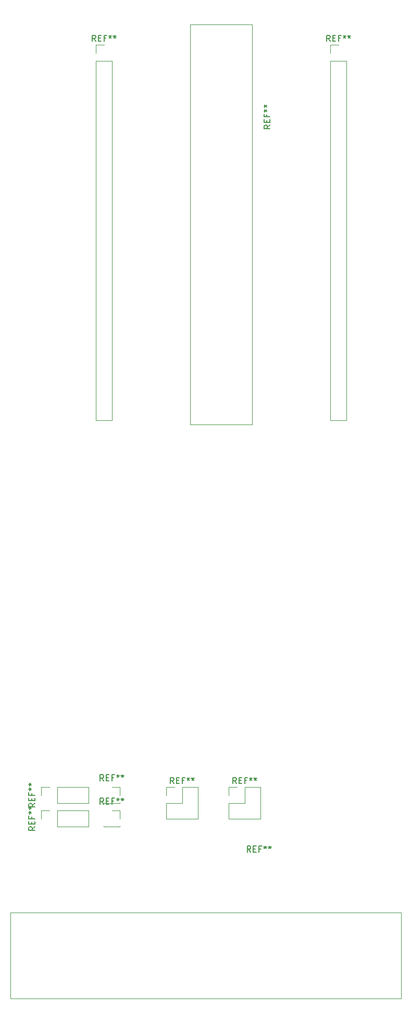
<source format=gbr>
%TF.GenerationSoftware,KiCad,Pcbnew,5.1.6+dfsg1-1*%
%TF.CreationDate,2021-02-18T23:58:33-06:00*%
%TF.ProjectId,n64_gamecat,6e36345f-6761-46d6-9563-61742e6b6963,rev?*%
%TF.SameCoordinates,Original*%
%TF.FileFunction,Legend,Top*%
%TF.FilePolarity,Positive*%
%FSLAX46Y46*%
G04 Gerber Fmt 4.6, Leading zero omitted, Abs format (unit mm)*
G04 Created by KiCad (PCBNEW 5.1.6+dfsg1-1) date 2021-02-18 23:58:33*
%MOMM*%
%LPD*%
G01*
G04 APERTURE LIST*
%ADD10C,0.120000*%
%ADD11C,0.150000*%
G04 APERTURE END LIST*
D10*
%TO.C,REF\u002A\u002A*%
X143450000Y-147380000D02*
X148650000Y-147380000D01*
X143450000Y-144780000D02*
X143450000Y-147380000D01*
X148650000Y-142180000D02*
X148650000Y-147380000D01*
X143450000Y-144780000D02*
X146050000Y-144780000D01*
X146050000Y-144780000D02*
X146050000Y-142180000D01*
X146050000Y-142180000D02*
X148650000Y-142180000D01*
X143450000Y-143510000D02*
X143450000Y-142180000D01*
X143450000Y-142180000D02*
X144780000Y-142180000D01*
X133290000Y-147380000D02*
X138490000Y-147380000D01*
X133290000Y-144780000D02*
X133290000Y-147380000D01*
X138490000Y-142180000D02*
X138490000Y-147380000D01*
X133290000Y-144780000D02*
X135890000Y-144780000D01*
X135890000Y-144780000D02*
X135890000Y-142180000D01*
X135890000Y-142180000D02*
X138490000Y-142180000D01*
X133290000Y-143510000D02*
X133290000Y-142180000D01*
X133290000Y-142180000D02*
X134620000Y-142180000D01*
X115570000Y-144840000D02*
X115570000Y-142180000D01*
X115570000Y-144840000D02*
X120710000Y-144840000D01*
X120710000Y-144840000D02*
X120710000Y-142180000D01*
X115570000Y-142180000D02*
X120710000Y-142180000D01*
X112970000Y-142180000D02*
X114300000Y-142180000D01*
X112970000Y-143510000D02*
X112970000Y-142180000D01*
X115570000Y-148650000D02*
X115570000Y-145990000D01*
X115570000Y-148650000D02*
X120710000Y-148650000D01*
X120710000Y-148650000D02*
X120710000Y-145990000D01*
X115570000Y-145990000D02*
X120710000Y-145990000D01*
X112970000Y-145990000D02*
X114300000Y-145990000D01*
X112970000Y-147320000D02*
X112970000Y-145990000D01*
X123130000Y-148650000D02*
X125790000Y-148650000D01*
X123130000Y-148530000D02*
X123130000Y-148650000D01*
X125790000Y-148530000D02*
X125790000Y-148650000D01*
X125790000Y-145990000D02*
X125790000Y-147320000D01*
X124460000Y-145990000D02*
X125790000Y-145990000D01*
X123130000Y-144840000D02*
X125790000Y-144840000D01*
X123130000Y-144720000D02*
X123130000Y-144840000D01*
X125790000Y-144720000D02*
X125790000Y-144840000D01*
X125790000Y-142180000D02*
X125790000Y-143510000D01*
X124460000Y-142180000D02*
X125790000Y-142180000D01*
X159960000Y-82610000D02*
X162620000Y-82610000D01*
X159960000Y-24130000D02*
X159960000Y-82610000D01*
X162620000Y-24130000D02*
X162620000Y-82610000D01*
X159960000Y-24130000D02*
X162620000Y-24130000D01*
X159960000Y-22860000D02*
X159960000Y-21530000D01*
X159960000Y-21530000D02*
X161290000Y-21530000D01*
X121860000Y-21530000D02*
X123190000Y-21530000D01*
X121860000Y-22860000D02*
X121860000Y-21530000D01*
X121860000Y-24130000D02*
X124520000Y-24130000D01*
X124520000Y-24130000D02*
X124520000Y-82610000D01*
X121860000Y-24130000D02*
X121860000Y-82610000D01*
X121860000Y-82610000D02*
X124520000Y-82610000D01*
X107950000Y-176530000D02*
X107950000Y-162560000D01*
X107950000Y-162560000D02*
X171450000Y-162560000D01*
X171450000Y-162560000D02*
X171450000Y-176530000D01*
X171450000Y-176530000D02*
X107950000Y-176530000D01*
X137240000Y-83260000D02*
X147240000Y-83260000D01*
X147240000Y-80760000D02*
X147240000Y-18260000D01*
X147240000Y-18260000D02*
X137240000Y-18260000D01*
X137240000Y-18260000D02*
X137240000Y-78260000D01*
X137240000Y-78260000D02*
X137240000Y-80760000D01*
X137240000Y-83260000D02*
X137240000Y-80760000D01*
X147240000Y-83260000D02*
X147240000Y-80760000D01*
D11*
X144716666Y-141632380D02*
X144383333Y-141156190D01*
X144145238Y-141632380D02*
X144145238Y-140632380D01*
X144526190Y-140632380D01*
X144621428Y-140680000D01*
X144669047Y-140727619D01*
X144716666Y-140822857D01*
X144716666Y-140965714D01*
X144669047Y-141060952D01*
X144621428Y-141108571D01*
X144526190Y-141156190D01*
X144145238Y-141156190D01*
X145145238Y-141108571D02*
X145478571Y-141108571D01*
X145621428Y-141632380D02*
X145145238Y-141632380D01*
X145145238Y-140632380D01*
X145621428Y-140632380D01*
X146383333Y-141108571D02*
X146050000Y-141108571D01*
X146050000Y-141632380D02*
X146050000Y-140632380D01*
X146526190Y-140632380D01*
X147050000Y-140632380D02*
X147050000Y-140870476D01*
X146811904Y-140775238D02*
X147050000Y-140870476D01*
X147288095Y-140775238D01*
X146907142Y-141060952D02*
X147050000Y-140870476D01*
X147192857Y-141060952D01*
X147811904Y-140632380D02*
X147811904Y-140870476D01*
X147573809Y-140775238D02*
X147811904Y-140870476D01*
X148050000Y-140775238D01*
X147669047Y-141060952D02*
X147811904Y-140870476D01*
X147954761Y-141060952D01*
X134556666Y-141632380D02*
X134223333Y-141156190D01*
X133985238Y-141632380D02*
X133985238Y-140632380D01*
X134366190Y-140632380D01*
X134461428Y-140680000D01*
X134509047Y-140727619D01*
X134556666Y-140822857D01*
X134556666Y-140965714D01*
X134509047Y-141060952D01*
X134461428Y-141108571D01*
X134366190Y-141156190D01*
X133985238Y-141156190D01*
X134985238Y-141108571D02*
X135318571Y-141108571D01*
X135461428Y-141632380D02*
X134985238Y-141632380D01*
X134985238Y-140632380D01*
X135461428Y-140632380D01*
X136223333Y-141108571D02*
X135890000Y-141108571D01*
X135890000Y-141632380D02*
X135890000Y-140632380D01*
X136366190Y-140632380D01*
X136890000Y-140632380D02*
X136890000Y-140870476D01*
X136651904Y-140775238D02*
X136890000Y-140870476D01*
X137128095Y-140775238D01*
X136747142Y-141060952D02*
X136890000Y-140870476D01*
X137032857Y-141060952D01*
X137651904Y-140632380D02*
X137651904Y-140870476D01*
X137413809Y-140775238D02*
X137651904Y-140870476D01*
X137890000Y-140775238D01*
X137509047Y-141060952D02*
X137651904Y-140870476D01*
X137794761Y-141060952D01*
X111982380Y-144843333D02*
X111506190Y-145176666D01*
X111982380Y-145414761D02*
X110982380Y-145414761D01*
X110982380Y-145033809D01*
X111030000Y-144938571D01*
X111077619Y-144890952D01*
X111172857Y-144843333D01*
X111315714Y-144843333D01*
X111410952Y-144890952D01*
X111458571Y-144938571D01*
X111506190Y-145033809D01*
X111506190Y-145414761D01*
X111458571Y-144414761D02*
X111458571Y-144081428D01*
X111982380Y-143938571D02*
X111982380Y-144414761D01*
X110982380Y-144414761D01*
X110982380Y-143938571D01*
X111458571Y-143176666D02*
X111458571Y-143510000D01*
X111982380Y-143510000D02*
X110982380Y-143510000D01*
X110982380Y-143033809D01*
X110982380Y-142510000D02*
X111220476Y-142510000D01*
X111125238Y-142748095D02*
X111220476Y-142510000D01*
X111125238Y-142271904D01*
X111410952Y-142652857D02*
X111220476Y-142510000D01*
X111410952Y-142367142D01*
X110982380Y-141748095D02*
X111220476Y-141748095D01*
X111125238Y-141986190D02*
X111220476Y-141748095D01*
X111125238Y-141510000D01*
X111410952Y-141890952D02*
X111220476Y-141748095D01*
X111410952Y-141605238D01*
X111982380Y-148653333D02*
X111506190Y-148986666D01*
X111982380Y-149224761D02*
X110982380Y-149224761D01*
X110982380Y-148843809D01*
X111030000Y-148748571D01*
X111077619Y-148700952D01*
X111172857Y-148653333D01*
X111315714Y-148653333D01*
X111410952Y-148700952D01*
X111458571Y-148748571D01*
X111506190Y-148843809D01*
X111506190Y-149224761D01*
X111458571Y-148224761D02*
X111458571Y-147891428D01*
X111982380Y-147748571D02*
X111982380Y-148224761D01*
X110982380Y-148224761D01*
X110982380Y-147748571D01*
X111458571Y-146986666D02*
X111458571Y-147320000D01*
X111982380Y-147320000D02*
X110982380Y-147320000D01*
X110982380Y-146843809D01*
X110982380Y-146320000D02*
X111220476Y-146320000D01*
X111125238Y-146558095D02*
X111220476Y-146320000D01*
X111125238Y-146081904D01*
X111410952Y-146462857D02*
X111220476Y-146320000D01*
X111410952Y-146177142D01*
X110982380Y-145558095D02*
X111220476Y-145558095D01*
X111125238Y-145796190D02*
X111220476Y-145558095D01*
X111125238Y-145320000D01*
X111410952Y-145700952D02*
X111220476Y-145558095D01*
X111410952Y-145415238D01*
X123126666Y-145002380D02*
X122793333Y-144526190D01*
X122555238Y-145002380D02*
X122555238Y-144002380D01*
X122936190Y-144002380D01*
X123031428Y-144050000D01*
X123079047Y-144097619D01*
X123126666Y-144192857D01*
X123126666Y-144335714D01*
X123079047Y-144430952D01*
X123031428Y-144478571D01*
X122936190Y-144526190D01*
X122555238Y-144526190D01*
X123555238Y-144478571D02*
X123888571Y-144478571D01*
X124031428Y-145002380D02*
X123555238Y-145002380D01*
X123555238Y-144002380D01*
X124031428Y-144002380D01*
X124793333Y-144478571D02*
X124460000Y-144478571D01*
X124460000Y-145002380D02*
X124460000Y-144002380D01*
X124936190Y-144002380D01*
X125460000Y-144002380D02*
X125460000Y-144240476D01*
X125221904Y-144145238D02*
X125460000Y-144240476D01*
X125698095Y-144145238D01*
X125317142Y-144430952D02*
X125460000Y-144240476D01*
X125602857Y-144430952D01*
X126221904Y-144002380D02*
X126221904Y-144240476D01*
X125983809Y-144145238D02*
X126221904Y-144240476D01*
X126460000Y-144145238D01*
X126079047Y-144430952D02*
X126221904Y-144240476D01*
X126364761Y-144430952D01*
X123126666Y-141192380D02*
X122793333Y-140716190D01*
X122555238Y-141192380D02*
X122555238Y-140192380D01*
X122936190Y-140192380D01*
X123031428Y-140240000D01*
X123079047Y-140287619D01*
X123126666Y-140382857D01*
X123126666Y-140525714D01*
X123079047Y-140620952D01*
X123031428Y-140668571D01*
X122936190Y-140716190D01*
X122555238Y-140716190D01*
X123555238Y-140668571D02*
X123888571Y-140668571D01*
X124031428Y-141192380D02*
X123555238Y-141192380D01*
X123555238Y-140192380D01*
X124031428Y-140192380D01*
X124793333Y-140668571D02*
X124460000Y-140668571D01*
X124460000Y-141192380D02*
X124460000Y-140192380D01*
X124936190Y-140192380D01*
X125460000Y-140192380D02*
X125460000Y-140430476D01*
X125221904Y-140335238D02*
X125460000Y-140430476D01*
X125698095Y-140335238D01*
X125317142Y-140620952D02*
X125460000Y-140430476D01*
X125602857Y-140620952D01*
X126221904Y-140192380D02*
X126221904Y-140430476D01*
X125983809Y-140335238D02*
X126221904Y-140430476D01*
X126460000Y-140335238D01*
X126079047Y-140620952D02*
X126221904Y-140430476D01*
X126364761Y-140620952D01*
X159956666Y-20982380D02*
X159623333Y-20506190D01*
X159385238Y-20982380D02*
X159385238Y-19982380D01*
X159766190Y-19982380D01*
X159861428Y-20030000D01*
X159909047Y-20077619D01*
X159956666Y-20172857D01*
X159956666Y-20315714D01*
X159909047Y-20410952D01*
X159861428Y-20458571D01*
X159766190Y-20506190D01*
X159385238Y-20506190D01*
X160385238Y-20458571D02*
X160718571Y-20458571D01*
X160861428Y-20982380D02*
X160385238Y-20982380D01*
X160385238Y-19982380D01*
X160861428Y-19982380D01*
X161623333Y-20458571D02*
X161290000Y-20458571D01*
X161290000Y-20982380D02*
X161290000Y-19982380D01*
X161766190Y-19982380D01*
X162290000Y-19982380D02*
X162290000Y-20220476D01*
X162051904Y-20125238D02*
X162290000Y-20220476D01*
X162528095Y-20125238D01*
X162147142Y-20410952D02*
X162290000Y-20220476D01*
X162432857Y-20410952D01*
X163051904Y-19982380D02*
X163051904Y-20220476D01*
X162813809Y-20125238D02*
X163051904Y-20220476D01*
X163290000Y-20125238D01*
X162909047Y-20410952D02*
X163051904Y-20220476D01*
X163194761Y-20410952D01*
X121856666Y-20982380D02*
X121523333Y-20506190D01*
X121285238Y-20982380D02*
X121285238Y-19982380D01*
X121666190Y-19982380D01*
X121761428Y-20030000D01*
X121809047Y-20077619D01*
X121856666Y-20172857D01*
X121856666Y-20315714D01*
X121809047Y-20410952D01*
X121761428Y-20458571D01*
X121666190Y-20506190D01*
X121285238Y-20506190D01*
X122285238Y-20458571D02*
X122618571Y-20458571D01*
X122761428Y-20982380D02*
X122285238Y-20982380D01*
X122285238Y-19982380D01*
X122761428Y-19982380D01*
X123523333Y-20458571D02*
X123190000Y-20458571D01*
X123190000Y-20982380D02*
X123190000Y-19982380D01*
X123666190Y-19982380D01*
X124190000Y-19982380D02*
X124190000Y-20220476D01*
X123951904Y-20125238D02*
X124190000Y-20220476D01*
X124428095Y-20125238D01*
X124047142Y-20410952D02*
X124190000Y-20220476D01*
X124332857Y-20410952D01*
X124951904Y-19982380D02*
X124951904Y-20220476D01*
X124713809Y-20125238D02*
X124951904Y-20220476D01*
X125190000Y-20125238D01*
X124809047Y-20410952D02*
X124951904Y-20220476D01*
X125094761Y-20410952D01*
X147056666Y-152772380D02*
X146723333Y-152296190D01*
X146485238Y-152772380D02*
X146485238Y-151772380D01*
X146866190Y-151772380D01*
X146961428Y-151820000D01*
X147009047Y-151867619D01*
X147056666Y-151962857D01*
X147056666Y-152105714D01*
X147009047Y-152200952D01*
X146961428Y-152248571D01*
X146866190Y-152296190D01*
X146485238Y-152296190D01*
X147485238Y-152248571D02*
X147818571Y-152248571D01*
X147961428Y-152772380D02*
X147485238Y-152772380D01*
X147485238Y-151772380D01*
X147961428Y-151772380D01*
X148723333Y-152248571D02*
X148390000Y-152248571D01*
X148390000Y-152772380D02*
X148390000Y-151772380D01*
X148866190Y-151772380D01*
X149390000Y-151772380D02*
X149390000Y-152010476D01*
X149151904Y-151915238D02*
X149390000Y-152010476D01*
X149628095Y-151915238D01*
X149247142Y-152200952D02*
X149390000Y-152010476D01*
X149532857Y-152200952D01*
X150151904Y-151772380D02*
X150151904Y-152010476D01*
X149913809Y-151915238D02*
X150151904Y-152010476D01*
X150390000Y-151915238D01*
X150009047Y-152200952D02*
X150151904Y-152010476D01*
X150294761Y-152200952D01*
X150192380Y-34593333D02*
X149716190Y-34926666D01*
X150192380Y-35164761D02*
X149192380Y-35164761D01*
X149192380Y-34783809D01*
X149240000Y-34688571D01*
X149287619Y-34640952D01*
X149382857Y-34593333D01*
X149525714Y-34593333D01*
X149620952Y-34640952D01*
X149668571Y-34688571D01*
X149716190Y-34783809D01*
X149716190Y-35164761D01*
X149668571Y-34164761D02*
X149668571Y-33831428D01*
X150192380Y-33688571D02*
X150192380Y-34164761D01*
X149192380Y-34164761D01*
X149192380Y-33688571D01*
X149668571Y-32926666D02*
X149668571Y-33260000D01*
X150192380Y-33260000D02*
X149192380Y-33260000D01*
X149192380Y-32783809D01*
X149192380Y-32260000D02*
X149430476Y-32260000D01*
X149335238Y-32498095D02*
X149430476Y-32260000D01*
X149335238Y-32021904D01*
X149620952Y-32402857D02*
X149430476Y-32260000D01*
X149620952Y-32117142D01*
X149192380Y-31498095D02*
X149430476Y-31498095D01*
X149335238Y-31736190D02*
X149430476Y-31498095D01*
X149335238Y-31260000D01*
X149620952Y-31640952D02*
X149430476Y-31498095D01*
X149620952Y-31355238D01*
%TD*%
M02*

</source>
